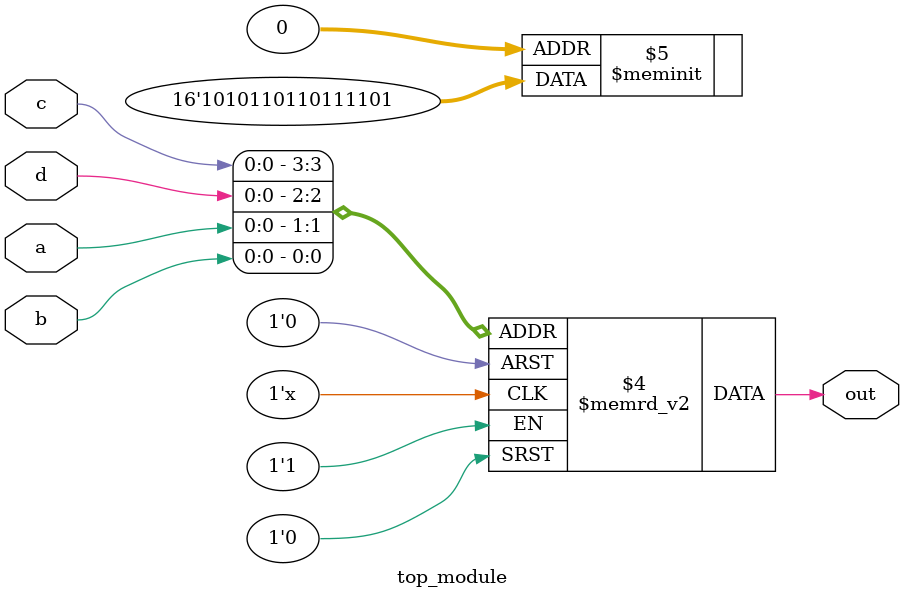
<source format=sv>
module top_module (
	input a, 
	input b,
	input c,
	input d,
	output reg out
);

always @(*) begin
    case ({c, d, a, b})
        4'b0000, 4'b0010, 4'b0101, 4'b1000, 4'b1010: out = 1;
        4'b0001, 4'b0110, 4'b1001, 4'b1110: out = 0;
        4'b0011, 4'b0100, 4'b0111, 4'b1011, 4'b1101, 4'b1111: out = 1;
        4'b0101, 4'b0110, 4'b1000, 4'b1010, 4'b1100, 4'b1110: out = 0;
        default: out = 0;
    endcase
end

endmodule

</source>
